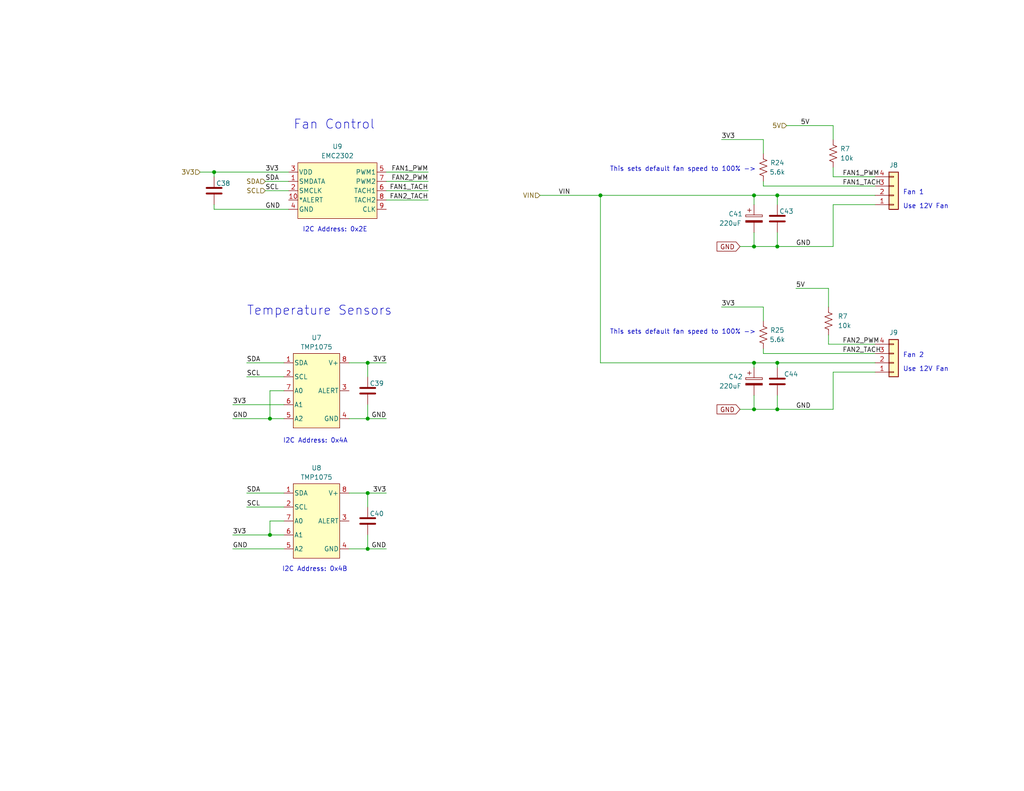
<source format=kicad_sch>
(kicad_sch (version 20231120) (generator "eeschema") (generator_version "8.0")
  (paper "A")
  (title_block (title "bitaxeHex") (date "2024-03-09") (rev "304"))
  (lib_symbols
    (symbol "Connector_Generic:Conn_01x04" (pin_names (offset 1.016) hide)
      (property "Reference" "J" (at 0 5.08 0))
      (property "Value" "Conn_01x04" (at 0 -7.62 0))
      (symbol "Conn_01x04_1_1"
        (rectangle (start -1.27 -4.953) (end 0 -5.207) (stroke (width 0.1524)))
        (rectangle (start -1.27 -2.413) (end 0 -2.667) (stroke (width 0.1524)))
        (rectangle (start -1.27 0.127) (end 0 -0.127) (stroke (width 0.1524)))
        (rectangle (start -1.27 2.667) (end 0 2.413) (stroke (width 0.1524)))
        (rectangle (start -1.27 3.81) (end 1.27 -6.35) (stroke (width 0.254)) (fill (type background)))
        (pin passive line (at -5.08 2.54 0) (length 3.81) (name "Pin_1") (number "1"))
        (pin passive line (at -5.08 0 0) (length 3.81) (name "Pin_2") (number "2"))
        (pin passive line (at -5.08 -2.54 0) (length 3.81) (name "Pin_3") (number "3"))
        (pin passive line (at -5.08 -5.08 0) (length 3.81) (name "Pin_4") (number "4"))
      )
    )
    (symbol "Device:C" (pin_numbers hide) (pin_names (offset 0.254))
      (property "Reference" "C" (at 0.635 2.54 0))
      (property "Value" "C" (at 0.635 -2.54 0))
      (symbol "C_0_1"
        (polyline (pts (xy -2.032 -0.762) (xy 2.032 -0.762)) (stroke (width 0.508)))
        (polyline (pts (xy -2.032 0.762) (xy 2.032 0.762)) (stroke (width 0.508)))
      )
      (symbol "C_1_1"
        (pin passive line (at 0 3.81 270) (length 2.794) (name "~") (number "1"))
        (pin passive line (at 0 -3.81 90) (length 2.794) (name "~") (number "2"))
      )
    )
    (symbol "Device:C_Polarized" (pin_numbers hide) (pin_names (offset 0.254))
      (property "Reference" "C" (at 0.635 2.54 0))
      (property "Value" "C_Polarized" (at 0.635 -2.54 0))
      (symbol "C_Polarized_0_1"
        (rectangle (start -2.286 0.508) (end 2.286 1.016))
        (polyline (pts (xy -1.778 2.286) (xy -0.762 2.286)))
        (polyline (pts (xy -1.27 2.794) (xy -1.27 1.778)))
        (rectangle (start 2.286 -0.508) (end -2.286 -1.016) (fill (type outline)))
      )
      (symbol "C_Polarized_1_1"
        (pin passive line (at 0 3.81 270) (length 2.794) (name "~") (number "1"))
        (pin passive line (at 0 -3.81 90) (length 2.794) (name "~") (number "2"))
      )
    )
    (symbol "Device:R_US" (pin_numbers hide) (pin_names (offset 0))
      (property "Reference" "R" (at 2.54 0 90))
      (property "Value" "R_US" (at -2.54 0 90))
      (symbol "R_US_0_1"
        (polyline (pts (xy 0 -2.286) (xy 0 -2.54)))
        (polyline (pts (xy 0 2.286) (xy 0 2.54)))
        (polyline (pts (xy 0 -0.762) (xy 1.016 -1.143) (xy 0 -1.524) (xy -1.016 -1.905) (xy 0 -2.286)))
        (polyline (pts (xy 0 0.762) (xy 1.016 0.381) (xy 0 0) (xy -1.016 -0.381) (xy 0 -0.762)))
        (polyline (pts (xy 0 2.286) (xy 1.016 1.905) (xy 0 1.524) (xy -1.016 1.143) (xy 0 0.762)))
      )
      (symbol "R_US_1_1"
        (pin passive line (at 0 3.81 270) (length 1.27) (name "~") (number "1"))
        (pin passive line (at 0 -3.81 90) (length 1.27) (name "~") (number "2"))
      )
    )
    (symbol "bitaxe:EMC2302-2-AIZL-TR" (pin_names (offset 0.254))
      (property "Reference" "U" (at -8.89 8.89 0))
      (property "Value" "EMC2302-2-AIZL-TR" (at 7.62 -8.89 0))
      (symbol "EMC2302-2-AIZL-TR_0_1"
        (pin bidirectional line (at -11.43 2.54 0) (length 2.54) (name "SMDATA") (number "1"))
        (pin output line (at -11.43 -2.54 0) (length 2.54) (name "*ALERT") (number "10"))
        (pin input line (at -11.43 0 0) (length 2.54) (name "SMCLK") (number "2"))
        (pin power_in line (at -11.43 5.08 0) (length 2.54) (name "VDD") (number "3"))
        (pin power_in line (at -11.43 -5.08 0) (length 2.54) (name "GND") (number "4"))
        (pin output line (at 15.24 5.08 180) (length 2.54) (name "PWM1") (number "5"))
        (pin input line (at 15.24 0 180) (length 2.54) (name "TACH1") (number "6"))
        (pin output line (at 15.24 2.54 180) (length 2.54) (name "PWM2") (number "7"))
        (pin input line (at 15.24 -2.54 180) (length 2.54) (name "TACH2") (number "8"))
        (pin bidirectional line (at 15.24 -5.08 180) (length 2.54) (name "CLK") (number "9"))
      )
      (symbol "EMC2302-2-AIZL-TR_1_1"
        (rectangle (start -8.89 7.62) (end 12.7 -7.62) (fill (type background)))
      )
    )
    (symbol "bitaxe:TMP1075DGKR" (pin_names (offset 0.254))
      (property "Reference" "U15" (at 0 11.938 0))
      (property "Value" "TMP1075" (at 0 9.398 0))
      (symbol "TMP1075DGKR_1_1"
        (rectangle (start -6.35 7.62) (end 6.35 -12.7) (fill (type background)))
        (pin bidirectional line (at -8.89 5.08 0) (length 2.54) (name "SDA") (number "1"))
        (pin input line (at -8.89 1.27 0) (length 2.54) (name "SCL") (number "2"))
        (pin output line (at 8.89 -2.54 180) (length 2.54) (name "ALERT") (number "3"))
        (pin power_in line (at 8.89 -10.16 180) (length 2.54) (name "GND") (number "4"))
        (pin input line (at -8.89 -10.16 0) (length 2.54) (name "A2") (number "5"))
        (pin input line (at -8.89 -6.35 0) (length 2.54) (name "A1") (number "6"))
        (pin input line (at -8.89 -2.54 0) (length 2.54) (name "A0") (number "7"))
        (pin power_in line (at 8.89 5.08 180) (length 2.54) (name "V+") (number "8"))
      )
    )
  )
  (junction (at 205.74 111.76))
  (junction (at 212.09 111.76))
  (junction (at 58.42 46.99))
  (junction (at 73.66 114.3))
  (junction (at 205.74 99.06))
  (junction (at 73.66 146.05))
  (junction (at 212.09 53.34))
  (junction (at 100.33 114.3))
  (junction (at 100.33 149.86))
  (junction (at 212.09 99.06))
  (junction (at 205.74 53.34))
  (junction (at 100.33 134.62))
  (junction (at 163.83 53.34))
  (junction (at 100.33 99.06))
  (junction (at 205.74 67.31))
  (junction (at 212.09 67.31))
  (wire (pts (xy 58.42 55.88) (xy 58.42 57.15)))
  (wire (pts (xy 95.25 134.62) (xy 100.33 134.62)))
  (wire (pts (xy 205.74 107.95) (xy 205.74 111.76)))
  (wire (pts (xy 54.61 46.99) (xy 58.42 46.99)))
  (wire (pts (xy 72.39 52.07) (xy 78.74 52.07)))
  (wire (pts (xy 205.74 63.5) (xy 205.74 67.31)))
  (wire (pts (xy 227.33 38.1) (xy 227.33 34.29)))
  (wire (pts (xy 67.31 99.06) (xy 77.47 99.06)))
  (wire (pts (xy 72.39 49.53) (xy 78.74 49.53)))
  (wire (pts (xy 208.28 95.25) (xy 208.28 96.52)))
  (wire (pts (xy 95.25 114.3) (xy 100.33 114.3)))
  (wire (pts (xy 205.74 99.06) (xy 212.09 99.06)))
  (wire (pts (xy 205.74 67.31) (xy 212.09 67.31)))
  (wire (pts (xy 58.42 46.99) (xy 78.74 46.99)))
  (wire (pts (xy 201.93 111.76) (xy 205.74 111.76)))
  (wire (pts (xy 212.09 99.06) (xy 238.76 99.06)))
  (wire (pts (xy 77.47 142.24) (xy 73.66 142.24)))
  (wire (pts (xy 105.41 54.61) (xy 116.84 54.61)))
  (wire (pts (xy 217.17 78.74) (xy 226.06 78.74)))
  (wire (pts (xy 95.25 99.06) (xy 100.33 99.06)))
  (wire (pts (xy 105.41 46.99) (xy 116.84 46.99)))
  (wire (pts (xy 100.33 110.49) (xy 100.33 114.3)))
  (wire (pts (xy 227.33 45.72) (xy 227.33 48.26)))
  (wire (pts (xy 226.06 91.44) (xy 226.06 93.98)))
  (wire (pts (xy 208.28 87.63) (xy 208.28 83.82)))
  (wire (pts (xy 208.28 50.8) (xy 238.76 50.8)))
  (wire (pts (xy 63.5 114.3) (xy 73.66 114.3)))
  (wire (pts (xy 205.74 53.34) (xy 212.09 53.34)))
  (wire (pts (xy 205.74 111.76) (xy 212.09 111.76)))
  (wire (pts (xy 227.33 55.88) (xy 227.33 67.31)))
  (wire (pts (xy 208.28 41.91) (xy 208.28 38.1)))
  (wire (pts (xy 100.33 134.62) (xy 105.41 134.62)))
  (wire (pts (xy 67.31 138.43) (xy 77.47 138.43)))
  (wire (pts (xy 67.31 102.87) (xy 77.47 102.87)))
  (wire (pts (xy 95.25 149.86) (xy 100.33 149.86)))
  (wire (pts (xy 163.83 53.34) (xy 205.74 53.34)))
  (wire (pts (xy 212.09 99.06) (xy 212.09 100.33)))
  (wire (pts (xy 227.33 48.26) (xy 238.76 48.26)))
  (wire (pts (xy 63.5 149.86) (xy 77.47 149.86)))
  (wire (pts (xy 205.74 99.06) (xy 205.74 100.33)))
  (wire (pts (xy 226.06 93.98) (xy 238.76 93.98)))
  (wire (pts (xy 100.33 146.05) (xy 100.33 149.86)))
  (wire (pts (xy 100.33 134.62) (xy 100.33 138.43)))
  (wire (pts (xy 163.83 53.34) (xy 163.83 99.06)))
  (wire (pts (xy 212.09 111.76) (xy 227.33 111.76)))
  (wire (pts (xy 58.42 57.15) (xy 78.74 57.15)))
  (wire (pts (xy 67.31 134.62) (xy 77.47 134.62)))
  (wire (pts (xy 212.09 53.34) (xy 212.09 55.88)))
  (wire (pts (xy 214.63 34.29) (xy 227.33 34.29)))
  (wire (pts (xy 100.33 114.3) (xy 105.41 114.3)))
  (wire (pts (xy 63.5 146.05) (xy 73.66 146.05)))
  (wire (pts (xy 227.33 55.88) (xy 238.76 55.88)))
  (wire (pts (xy 105.41 52.07) (xy 116.84 52.07)))
  (wire (pts (xy 73.66 146.05) (xy 77.47 146.05)))
  (wire (pts (xy 196.85 38.1) (xy 208.28 38.1)))
  (wire (pts (xy 212.09 53.34) (xy 238.76 53.34)))
  (wire (pts (xy 73.66 106.68) (xy 73.66 114.3)))
  (wire (pts (xy 227.33 101.6) (xy 238.76 101.6)))
  (wire (pts (xy 73.66 142.24) (xy 73.66 146.05)))
  (wire (pts (xy 63.5 110.49) (xy 77.47 110.49)))
  (wire (pts (xy 77.47 106.68) (xy 73.66 106.68)))
  (wire (pts (xy 208.28 49.53) (xy 208.28 50.8)))
  (wire (pts (xy 100.33 99.06) (xy 100.33 102.87)))
  (wire (pts (xy 212.09 107.95) (xy 212.09 111.76)))
  (wire (pts (xy 227.33 101.6) (xy 227.33 111.76)))
  (wire (pts (xy 58.42 46.99) (xy 58.42 48.26)))
  (wire (pts (xy 226.06 78.74) (xy 226.06 83.82)))
  (wire (pts (xy 147.32 53.34) (xy 163.83 53.34)))
  (wire (pts (xy 201.93 67.31) (xy 205.74 67.31)))
  (wire (pts (xy 163.83 99.06) (xy 205.74 99.06)))
  (wire (pts (xy 100.33 149.86) (xy 105.41 149.86)))
  (wire (pts (xy 205.74 53.34) (xy 205.74 55.88)))
  (wire (pts (xy 208.28 96.52) (xy 238.76 96.52)))
  (wire (pts (xy 212.09 67.31) (xy 227.33 67.31)))
  (wire (pts (xy 105.41 49.53) (xy 116.84 49.53)))
  (wire (pts (xy 196.85 83.82) (xy 208.28 83.82)))
  (wire (pts (xy 100.33 99.06) (xy 105.41 99.06)))
  (wire (pts (xy 212.09 63.5) (xy 212.09 67.31)))
  (wire (pts (xy 73.66 114.3) (xy 77.47 114.3)))
  (text "I2C Address: 0x2E" (at 82.55 63.5 0) (effects (font (size 1.27 1.27)) (justify left bottom)))
  (text "Temperature Sensors" (at 67.31 86.36 0) (effects (font (size 2.5 2.5)) (justify left bottom)))
  (text "I2C Address: 0x4A" (at 77.216 121.158 0) (effects (font (size 1.27 1.27)) (justify left bottom)))
  (text "Fan Control" (at 80.01 35.56 0) (effects (font (size 2.5 2.5)) (justify left bottom)))
  (text "Fan 1" (at 246.38 53.34 0) (effects (font (size 1.27 1.27)) (justify left bottom)))
  (text "Use 12V Fan" (at 246.38 57.15 0) (effects (font (size 1.27 1.27)) (justify left bottom)))
  (text "Use 12V Fan" (at 246.38 101.6 0) (effects (font (size 1.27 1.27)) (justify left bottom)))
  (text "This sets default fan speed to 100% ->" (at 166.37 46.99 0) (effects (font (size 1.27 1.27)) (justify left bottom)))
  (text "Fan 2" (at 246.38 97.79 0) (effects (font (size 1.27 1.27)) (justify left bottom)))
  (text "This sets default fan speed to 100% ->" (at 166.37 91.44 0) (effects (font (size 1.27 1.27)) (justify left bottom)))
  (text "I2C Address: 0x4B" (at 76.962 156.21 0) (effects (font (size 1.27 1.27)) (justify left bottom)))
  (label "SDA" (at 67.31 99.06 0))
  (label "GND" (at 105.41 114.3 180))
  (label "SCL" (at 72.39 52.07 0))
  (label "GND" (at 72.39 57.15 0))
  (label "FAN1_TACH" (at 116.84 52.07 180))
  (label "3V3" (at 105.41 99.06 180))
  (label "SCL" (at 67.31 138.43 0))
  (label "3V3" (at 196.85 38.1 0))
  (label "GND" (at 63.5 114.3 0))
  (label "FAN2_PWM" (at 116.84 49.53 180))
  (label "GND" (at 217.17 67.31 0))
  (label "GND" (at 63.5 149.86 0))
  (label "5V" (at 218.44 34.29 0))
  (label "SDA" (at 67.31 134.62 0))
  (label "FAN1_PWM" (at 229.87 48.26 0))
  (label "FAN1_PWM" (at 116.84 46.99 180))
  (label "FAN2_TACH" (at 229.87 96.52 0))
  (label "SDA" (at 72.39 49.53 0))
  (label "FAN2_TACH" (at 116.84 54.61 180))
  (label "GND" (at 105.41 149.86 180))
  (label "3V3" (at 196.85 83.82 0))
  (label "3V3" (at 105.41 134.62 180))
  (label "3V3" (at 63.5 110.49 0))
  (label "GND" (at 217.17 111.76 0))
  (label "3V3" (at 72.39 46.99 0))
  (label "3V3" (at 63.5 146.05 0))
  (label "FAN2_PWM" (at 229.87 93.98 0))
  (label "VIN" (at 152.4 53.34 0))
  (label "SCL" (at 67.31 102.87 0))
  (label "5V" (at 217.17 78.74 0))
  (label "FAN1_TACH" (at 229.87 50.8 0))
  (global_label "GND" (shape input) (at 201.93 111.76 180) (property "Intersheetrefs" "${INTERSHEET_REFS}" (effects (hide yes))))
  (global_label "GND" (shape input) (at 201.93 67.31 180) (property "Intersheetrefs" "${INTERSHEET_REFS}" (effects (hide yes))))
  (hierarchical_label "5V" (shape input) (at 214.63 34.29 180))
  (hierarchical_label "VIN" (shape input) (at 147.32 53.34 180))
  (hierarchical_label "SCL" (shape input) (at 72.39 52.07 180))
  (hierarchical_label "SDA" (shape input) (at 72.39 49.53 180))
  (hierarchical_label "3V3" (shape input) (at 54.61 46.99 180))
  (symbol (lib_id "bitaxe:EMC2302-2-AIZL-TR") (at 90.17 52.07 0) (unit 1)
    (property "Reference" "U9" (at 92.075 40.005 0))
    (property "Value" "EMC2302" (at 92.075 42.545 0))
    (property "Footprint" "Package_SO:MSOP-10_3x3mm_P0.5mm" (effects (hide yes)))
    (property "Datasheet" "https://ww1.microchip.com/downloads/aemDocuments/documents/MSLD/ProductDocuments/DataSheets/EMC2301-2-3-5-Data-Sheet-DS20006532A.pdf" (effects (hide yes)))
    (property "DK" "EMC2302-2-AIZL-CT-ND" (effects (hide yes)))
    (property "PARTNO" "EMC2302-2-AIZL-TR" (effects (hide yes)))
  )
  (symbol (lib_id "Device:R_US") (at 227.33 41.91 180) (unit 1)
    (property "Reference" "R7" (at 229.235 40.64 0) (effects (justify right)))
    (property "Value" "10k" (at 229.235 43.18 0) (effects (justify right)))
    (property "Footprint" "Resistor_SMD:R_0402_1005Metric" (effects (hide yes)))
    (property "DK" "311-10KJRCT-ND" (effects (hide yes)))
    (property "PARTNO" "RC0402JR-0710KL" (effects (hide yes)))
    (instances (project "esp32" (path "" (reference "R7") (unit 1))) (project "bitaxeHex" (path "" (reference "R27") (unit 1))))
  )
  (symbol (lib_id "Device:C_Polarized") (at 205.74 104.14 0) (unit 1)
    (property "Reference" "C42" (at 198.755 102.87 0) (effects (justify left)))
    (property "Value" "220uF" (at 196.215 105.41 0) (effects (justify left)))
    (property "Footprint" "Capacitor_SMD:CP_Elec_6.3x7.7" (effects (hide yes)))
    (property "Datasheet" "https://www.we-online.com/components/products/datasheet/865080345012.pdf" (effects (hide yes)))
    (property "DK" "732-8422-1-ND" (effects (hide yes)))
    (property "PARTNO" "865080345012" (effects (hide yes)))
    (property "HEIGHT" "7.7mm" (effects (hide yes)))
  )
  (symbol (lib_id "Device:R_US") (at 208.28 45.72 180) (unit 1)
    (property "Reference" "R24" (at 212.09 44.45 0))
    (property "Value" "5.6k" (at 212.09 46.99 0))
    (property "Footprint" "Resistor_SMD:R_0402_1005Metric" (effects (hide yes)))
    (property "DK" "13-RC0402FR-135K6LCT-ND" (effects (hide yes)))
    (property "PARTNO" "RC0402FR-135K6L" (effects (hide yes)))
  )
  (symbol (lib_id "Device:C") (at 100.33 106.68 0) (mirror y) (unit 1)
    (property "Reference" "C39" (at 104.775 105.41 0) (effects (justify left bottom)))
    (property "Value" "311-3342-1-ND" (effects (hide yes)))
    (property "Footprint" "Capacitor_SMD:C_0402_1005Metric" (effects (hide yes)))
    (property "DK" "478-KGM05AR71C104KHCT-ND" (effects (hide yes)))
    (property "PARTNO" "KGM05AR71C104KH" (effects (hide yes)))
  )
  (symbol (lib_id "Device:C") (at 58.42 52.07 0) (mirror y) (unit 1)
    (property "Reference" "C38" (at 62.865 50.8 0) (effects (justify left bottom)))
    (property "Value" "311-3342-1-ND" (effects (hide yes)))
    (property "Footprint" "Capacitor_SMD:C_0402_1005Metric" (effects (hide yes)))
    (property "DK" "478-KGM05AR71C104KHCT-ND" (effects (hide yes)))
    (property "PARTNO" "KGM05AR71C104KH" (effects (hide yes)))
  )
  (symbol (lib_id "Device:C") (at 212.09 59.69 0) (mirror y) (unit 1)
    (property "Reference" "C43" (at 216.535 58.42 0) (effects (justify left bottom)))
    (property "Value" "311-3342-1-ND" (effects (hide yes)))
    (property "Footprint" "Capacitor_SMD:C_0402_1005Metric" (effects (hide yes)))
    (property "DK" "478-KGM05AR71C104KHCT-ND" (effects (hide yes)))
    (property "PARTNO" "KGM05AR71C104KH" (effects (hide yes)))
  )
  (symbol (lib_id "bitaxe:TMP1075DGKR") (at 86.36 104.14 0) (unit 1)
    (property "Reference" "U7" (at 86.36 92.202 0))
    (property "Value" "TMP1075" (at 86.36 94.742 0))
    (property "Footprint" "bitaxe:HVSSOP-8_3x3mm_P0.65mm" (effects (hide yes)))
    (property "Datasheet" "https://www.ti.com/lit/ds/symlink/tmp1075.pdf" (effects (hide yes)))
    (property "DK" "296-TMP1075DGKRCT-ND" (effects (hide yes)))
    (property "PARTNO" "TMP1075DGKR" (effects (hide yes)))
  )
  (symbol (lib_id "Device:C") (at 212.09 104.14 0) (mirror y) (unit 1)
    (property "Reference" "C44" (at 217.805 102.87 0) (effects (justify left bottom)))
    (property "Value" "311-3342-1-ND" (effects (hide yes)))
    (property "Footprint" "Capacitor_SMD:C_0402_1005Metric" (effects (hide yes)))
    (property "DK" "478-KGM05AR71C104KHCT-ND" (effects (hide yes)))
    (property "PARTNO" "KGM05AR71C104KH" (effects (hide yes)))
  )
  (symbol (lib_id "Device:R_US") (at 208.28 91.44 180) (unit 1)
    (property "Reference" "R25" (at 212.09 90.17 0))
    (property "Value" "5.6k" (at 212.09 92.71 0))
    (property "Footprint" "Resistor_SMD:R_0402_1005Metric" (effects (hide yes)))
    (property "DK" "13-RC0402FR-135K6LCT-ND" (effects (hide yes)))
    (property "PARTNO" "RC0402FR-135K6L" (effects (hide yes)))
  )
  (symbol (lib_id "Device:R_US") (at 226.06 87.63 180) (unit 1)
    (property "Reference" "R7" (at 228.6 86.36 0) (effects (justify right)))
    (property "Value" "10k" (at 228.6 88.9 0) (effects (justify right)))
    (property "Footprint" "Resistor_SMD:R_0402_1005Metric" (effects (hide yes)))
    (property "DK" "311-10KJRCT-ND" (effects (hide yes)))
    (property "PARTNO" "RC0402JR-0710KL" (effects (hide yes)))
    (instances (project "esp32" (path "" (reference "R7") (unit 1))) (project "bitaxeHex" (path "" (reference "R26") (unit 1))))
  )
  (symbol (lib_id "Connector_Generic:Conn_01x04") (at 243.84 53.34 0) (mirror x) (unit 1)
    (property "Reference" "J8" (at 243.84 45.085 0))
    (property "Value" "Conn_01x04" (effects (hide yes)))
    (property "Footprint" "bitaxe:470531000" (effects (hide yes)))
    (property "PARTNO" "0470531000" (effects (hide yes)))
    (property "DK" "WM4330-ND" (effects (hide yes)))
  )
  (symbol (lib_id "Connector_Generic:Conn_01x04") (at 243.84 99.06 0) (mirror x) (unit 1)
    (property "Reference" "J9" (at 243.84 90.805 0))
    (property "Value" "Conn_01x04" (effects (hide yes)))
    (property "Footprint" "bitaxe:470531000" (effects (hide yes)))
    (property "PARTNO" "0470531000" (effects (hide yes)))
    (property "DK" "WM4330-ND" (effects (hide yes)))
  )
  (symbol (lib_id "Device:C") (at 100.33 142.24 0) (mirror y) (unit 1)
    (property "Reference" "C40" (at 104.775 140.97 0) (effects (justify left bottom)))
    (property "Value" "311-3342-1-ND" (effects (hide yes)))
    (property "Footprint" "Capacitor_SMD:C_0402_1005Metric" (effects (hide yes)))
    (property "DK" "478-KGM05AR71C104KHCT-ND" (effects (hide yes)))
    (property "PARTNO" "KGM05AR71C104KH" (effects (hide yes)))
  )
  (symbol (lib_id "bitaxe:TMP1075DGKR") (at 86.36 139.7 0) (unit 1)
    (property "Reference" "U8" (at 86.36 127.762 0))
    (property "Value" "TMP1075" (at 86.36 130.302 0))
    (property "Footprint" "bitaxe:HVSSOP-8_3x3mm_P0.65mm" (effects (hide yes)))
    (property "Datasheet" "https://www.ti.com/lit/ds/symlink/tmp1075.pdf" (effects (hide yes)))
    (property "DK" "296-TMP1075DGKRCT-ND" (effects (hide yes)))
    (property "PARTNO" "TMP1075DGKR" (effects (hide yes)))
  )
  (symbol (lib_id "Device:C_Polarized") (at 205.74 59.69 0) (unit 1)
    (property "Reference" "C41" (at 198.755 58.42 0) (effects (justify left)))
    (property "Value" "220uF" (at 196.215 60.96 0) (effects (justify left)))
    (property "Footprint" "Capacitor_SMD:CP_Elec_6.3x7.7" (effects (hide yes)))
    (property "Datasheet" "https://www.we-online.com/components/products/datasheet/865080345012.pdf" (effects (hide yes)))
    (property "DK" "732-8422-1-ND" (effects (hide yes)))
    (property "PARTNO" "865080345012" (effects (hide yes)))
    (property "HEIGHT" "7.7mm" (effects (hide yes)))
  )
)
</source>
